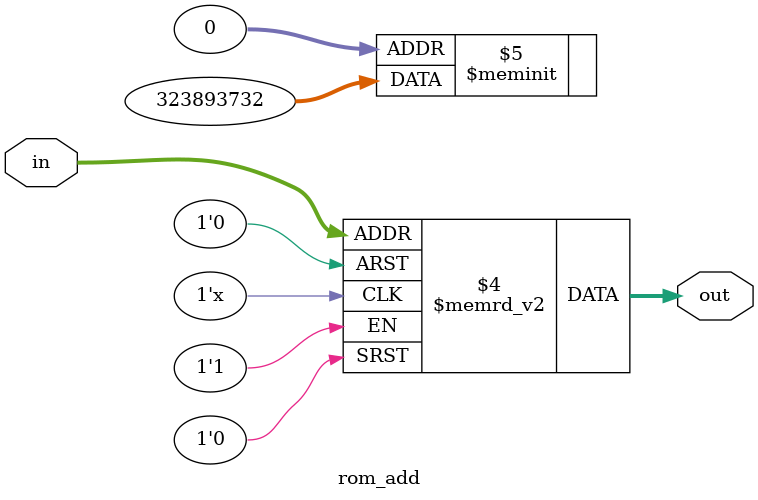
<source format=v>
module rom_add
(
    input wire [3:0] in,
    output reg [1:0] out
);

always @ (*)
begin 
    case(in)
    4'b0000: begin out = 2'b00; end
    4'b0001: begin out = 2'b01; end
    4'b0010: begin out = 2'b10; end
    4'b0011: begin out = 2'b11; end
    4'b0100: begin out = 2'b01; end
    4'b0101: begin out = 2'b10; end
    4'b0110: begin out = 2'b11; end
    4'b0111: begin out = 2'b00; end
    4'b1000: begin out = 2'b10; end
    4'b1001: begin out = 2'b11; end
    4'b1010: begin out = 2'b00; end
    4'b1011: begin out = 2'b01; end
    4'b1100: begin out = 2'b11; end
    4'b1101: begin out = 2'b00; end
    4'b1110: begin out = 2'b01; end
    4'b1111: begin out = 2'b00; end
    
    endcase
end

endmodule
</source>
